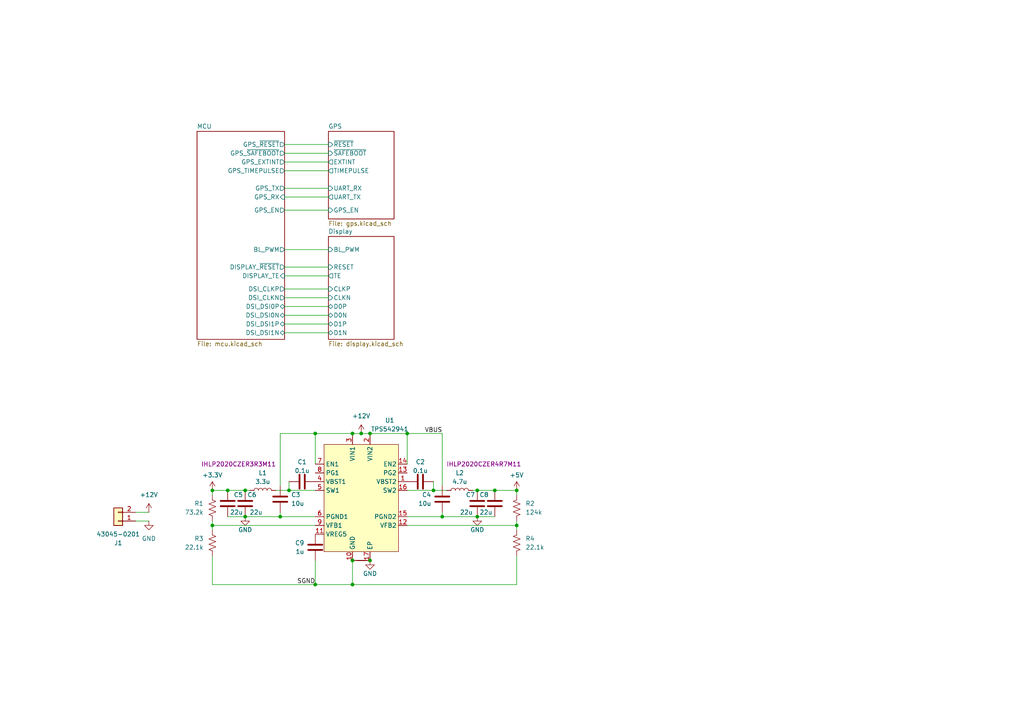
<source format=kicad_sch>
(kicad_sch (version 20250114) (generator "eeschema") (generator_version "9.0")
  (paper "A4")
  (lib_symbols
    (symbol "Connector_Generic:Conn_01x02" (pin_names (offset 1.016) (hide yes))
      (property "Reference" "J" (at 0 2.54 0))
      (property "Value" "Conn_01x02" (at 0 -5.08 0))
      (symbol "Conn_01x02_1_1"
        (rectangle (start -1.27 1.27) (end 1.27 -3.81) (stroke (width 0.254)) (fill (type background)))
        (rectangle (start -1.27 0.127) (end 0 -0.127) (stroke (width 0.1524)))
        (rectangle (start -1.27 -2.413) (end 0 -2.667) (stroke (width 0.1524)))
        (pin passive line (at -5.08 0 0) (length 3.81) (name "Pin_1") (number "1"))
        (pin passive line (at -5.08 -2.54 0) (length 3.81) (name "Pin_2") (number "2"))
      )
    )
    (symbol "Device:C" (pin_numbers (hide yes)) (pin_names (offset 0.254))
      (property "Reference" "C" (at 0.635 2.54 0))
      (property "Value" "C" (at 0.635 -2.54 0))
      (symbol "C_0_1"
        (polyline (pts (xy -2.032 0.762) (xy 2.032 0.762)) (stroke (width 0.508)))
        (polyline (pts (xy -2.032 -0.762) (xy 2.032 -0.762)) (stroke (width 0.508)))
      )
      (symbol "C_1_1"
        (pin passive line (at 0 3.81 270) (length 2.794) (name "~") (number "1"))
        (pin passive line (at 0 -3.81 90) (length 2.794) (name "~") (number "2"))
      )
    )
    (symbol "Device:L" (pin_numbers (hide yes)) (pin_names (offset 1.016) (hide yes))
      (property "Reference" "L" (at -1.27 0 90))
      (property "Value" "L" (at 1.905 0 90))
      (symbol "L_0_1"
        (arc (start 0 2.54) (mid 0.6323 1.905) (end 0 1.27))
        (arc (start 0 1.27) (mid 0.6323 0.635) (end 0 0))
        (arc (start 0 0) (mid 0.6323 -0.635) (end 0 -1.27))
        (arc (start 0 -1.27) (mid 0.6323 -1.905) (end 0 -2.54))
      )
      (symbol "L_1_1"
        (pin passive line (at 0 3.81 270) (length 1.27) (name "1") (number "1"))
        (pin passive line (at 0 -3.81 90) (length 1.27) (name "2") (number "2"))
      )
    )
    (symbol "Device:NetTie_2" (pin_numbers (hide yes)) (pin_names (offset 0) (hide yes)) (in_bom no)
      (property "Reference" "NT" (at 0 1.27 0))
      (property "Value" "NetTie_2" (at 0 -1.27 0))
      (symbol "NetTie_2_0_1"
        (polyline (pts (xy -1.27 0) (xy 1.27 0)) (stroke (width 0.254)))
      )
      (symbol "NetTie_2_1_1"
        (pin passive line (at -2.54 0 0) (length 2.54) (name "1") (number "1"))
        (pin passive line (at 2.54 0 180) (length 2.54) (name "2") (number "2"))
      )
    )
    (symbol "Device:R_US" (pin_numbers (hide yes)) (pin_names (offset 0))
      (property "Reference" "R" (at 2.54 0 90))
      (property "Value" "R_US" (at -2.54 0 90))
      (symbol "R_US_0_1"
        (polyline (pts (xy 0 2.286) (xy 0 2.54)))
        (polyline (pts (xy 0 2.286) (xy 1.016 1.905) (xy 0 1.524) (xy -1.016 1.143) (xy 0 0.762)))
        (polyline (pts (xy 0 0.762) (xy 1.016 0.381) (xy 0 0) (xy -1.016 -0.381) (xy 0 -0.762)))
        (polyline (pts (xy 0 -0.762) (xy 1.016 -1.143) (xy 0 -1.524) (xy -1.016 -1.905) (xy 0 -2.286)))
        (polyline (pts (xy 0 -2.286) (xy 0 -2.54)))
      )
      (symbol "R_US_1_1"
        (pin passive line (at 0 3.81 270) (length 1.27) (name "~") (number "1"))
        (pin passive line (at 0 -3.81 90) (length 1.27) (name "~") (number "2"))
      )
    )
    (symbol "TexasInstruments:TPS542941RSA"
      (property "Reference" "U" (at 8.89 -33.655 0))
      (property "Value" "TPS542941" (at 8.89 -35.56 0))
      (symbol "TPS542941RSA_1_1"
        (rectangle (start -10.795 -1.27) (end 10.795 -32.385) (fill (type background)))
        (pin input line (at -13.335 -6.985 0) (length 2.54) (name "EN1") (number "7"))
        (pin open_collector line (at -13.335 -9.525 0) (length 2.54) (name "PG1") (number "8"))
        (pin power_out line (at -13.335 -12.065 0) (length 2.54) (name "VBST1") (number "4"))
        (pin power_out line (at -13.335 -14.605 0) (length 2.54) (name "SW1") (number "5"))
        (pin power_in line (at -13.335 -22.225 0) (length 2.54) (name "PGND1") (number "6"))
        (pin input line (at -13.335 -24.765 0) (length 2.54) (name "VFB1") (number "9"))
        (pin power_out line (at -13.335 -27.305 0) (length 2.54) (name "VREG5") (number "11"))
        (pin power_in line (at -2.54 1.27 270) (length 2.54) (name "VIN1") (number "3"))
        (pin power_in line (at -2.54 -34.925 90) (length 2.54) (name "GND") (number "10"))
        (pin power_in line (at 2.54 1.27 270) (length 2.54) (name "VIN2") (number "2"))
        (pin power_in line (at 2.54 -34.925 90) (length 2.54) (name "EP") (number "17"))
        (pin input line (at 13.335 -6.985 180) (length 2.54) (name "EN2") (number "14"))
        (pin open_collector line (at 13.335 -9.525 180) (length 2.54) (name "PG2") (number "13"))
        (pin power_out line (at 13.335 -12.065 180) (length 2.54) (name "VBST2") (number "1"))
        (pin power_out line (at 13.335 -14.605 180) (length 2.54) (name "SW2") (number "16"))
        (pin power_in line (at 13.335 -22.225 180) (length 2.54) (name "PGND2") (number "15"))
        (pin input line (at 13.335 -24.765 180) (length 2.54) (name "VFB2") (number "12"))
      )
    )
    (symbol "power:+12V" (power) (pin_numbers (hide yes)) (pin_names (offset 0) (hide yes))
      (property "Value" "+12V" (at 0 3.556 0))
      (symbol "+12V_0_1"
        (polyline (pts (xy -0.762 1.27) (xy 0 2.54)))
        (polyline (pts (xy 0 2.54) (xy 0.762 1.27)))
        (polyline (pts (xy 0 0) (xy 0 2.54)))
      )
      (symbol "+12V_1_1"
        (pin power_in line (at 0 0 90) (length 0) (name "~") (number "1"))
      )
    )
    (symbol "power:+3.3V" (power) (pin_numbers (hide yes)) (pin_names (offset 0) (hide yes))
      (property "Value" "+3.3V" (at 0 3.556 0))
      (symbol "+3.3V_0_1"
        (polyline (pts (xy -0.762 1.27) (xy 0 2.54)))
        (polyline (pts (xy 0 2.54) (xy 0.762 1.27)))
        (polyline (pts (xy 0 0) (xy 0 2.54)))
      )
      (symbol "+3.3V_1_1"
        (pin power_in line (at 0 0 90) (length 0) (name "~") (number "1"))
      )
    )
    (symbol "power:+5V" (power) (pin_names (offset 0))
      (property "Value" "+5V" (at 0 3.556 0))
      (symbol "+5V_0_1"
        (polyline (pts (xy -0.762 1.27) (xy 0 2.54)))
        (polyline (pts (xy 0 2.54) (xy 0.762 1.27)))
        (polyline (pts (xy 0 0) (xy 0 2.54)))
      )
      (symbol "+5V_1_1"
        (pin power_in line (at 0 0 90) (length 0) (hide yes) (name "+5V") (number "1"))
      )
    )
    (symbol "power:GND" (power) (pin_numbers (hide yes)) (pin_names (offset 0) (hide yes))
      (property "Value" "GND" (at 0 -3.81 0))
      (symbol "GND_0_1"
        (polyline (pts (xy 0 0) (xy 0 -1.27) (xy 1.27 -1.27) (xy 0 -2.54) (xy -1.27 -1.27) (xy 0 -1.27)))
      )
      (symbol "GND_1_1"
        (pin power_in line (at 0 0 270) (length 0) (name "~") (number "1"))
      )
    )
  )
  (junction (at 143.51 142.24))
  (junction (at 107.315 125.73))
  (junction (at 138.43 142.24))
  (junction (at 81.28 149.86))
  (junction (at 125.73 142.24))
  (junction (at 102.235 125.73))
  (junction (at 61.595 142.24))
  (junction (at 66.04 142.24))
  (junction (at 71.12 142.24))
  (junction (at 71.12 149.86))
  (junction (at 107.315 162.56))
  (junction (at 118.11 125.73))
  (junction (at 128.27 149.86))
  (junction (at 91.44 125.73))
  (junction (at 138.43 149.86))
  (junction (at 91.44 169.545))
  (junction (at 149.86 152.4))
  (junction (at 102.235 162.56))
  (junction (at 83.82 142.24))
  (junction (at 104.775 125.73))
  (junction (at 149.86 142.24))
  (junction (at 61.595 152.4))
  (junction (at 102.235 169.545))
  (wire (pts (xy 125.73 139.7) (xy 125.73 142.24)))
  (wire (pts (xy 107.315 126.365) (xy 107.315 125.73)))
  (wire (pts (xy 81.28 148.59) (xy 81.28 149.86)))
  (wire (pts (xy 81.28 125.73) (xy 81.28 140.97)))
  (wire (pts (xy 128.27 140.97) (xy 128.27 125.73)))
  (wire (pts (xy 143.51 142.24) (xy 138.43 142.24)))
  (wire (pts (xy 82.55 49.53) (xy 95.25 49.53)))
  (wire (pts (xy 71.12 149.86) (xy 81.28 149.86)))
  (wire (pts (xy 66.04 142.24) (xy 71.12 142.24)))
  (wire (pts (xy 82.55 46.99) (xy 95.25 46.99)))
  (wire (pts (xy 102.235 125.73) (xy 91.44 125.73)))
  (wire (pts (xy 82.55 91.44) (xy 95.25 91.44)))
  (wire (pts (xy 71.12 142.24) (xy 72.39 142.24)))
  (wire (pts (xy 128.27 148.59) (xy 128.27 149.86)))
  (wire (pts (xy 61.595 152.4) (xy 91.44 152.4)))
  (wire (pts (xy 138.43 149.86) (xy 143.51 149.86)))
  (wire (pts (xy 61.595 169.545) (xy 61.595 161.29)))
  (wire (pts (xy 149.86 169.545) (xy 102.235 169.545)))
  (wire (pts (xy 143.51 142.24) (xy 149.86 142.24)))
  (wire (pts (xy 102.235 126.365) (xy 102.235 125.73)))
  (wire (pts (xy 82.55 54.61) (xy 95.25 54.61)))
  (wire (pts (xy 82.55 96.52) (xy 95.25 96.52)))
  (wire (pts (xy 104.775 125.73) (xy 107.315 125.73)))
  (wire (pts (xy 82.55 72.39) (xy 95.25 72.39)))
  (wire (pts (xy 82.55 88.9) (xy 95.25 88.9)))
  (wire (pts (xy 128.27 125.73) (xy 118.11 125.73)))
  (wire (pts (xy 149.86 161.29) (xy 149.86 169.545)))
  (wire (pts (xy 82.55 77.47) (xy 95.25 77.47)))
  (wire (pts (xy 91.44 169.545) (xy 61.595 169.545)))
  (wire (pts (xy 91.44 169.545) (xy 102.235 169.545)))
  (wire (pts (xy 91.44 125.73) (xy 81.28 125.73)))
  (wire (pts (xy 82.55 83.82) (xy 95.25 83.82)))
  (wire (pts (xy 102.235 169.545) (xy 102.235 162.56)))
  (wire (pts (xy 82.55 93.98) (xy 95.25 93.98)))
  (wire (pts (xy 43.18 148.59) (xy 39.37 148.59)))
  (wire (pts (xy 137.16 142.24) (xy 138.43 142.24)))
  (wire (pts (xy 118.11 125.73) (xy 107.315 125.73)))
  (wire (pts (xy 81.28 149.86) (xy 91.44 149.86)))
  (wire (pts (xy 118.11 142.24) (xy 125.73 142.24)))
  (wire (pts (xy 118.11 152.4) (xy 149.86 152.4)))
  (wire (pts (xy 102.235 125.73) (xy 104.775 125.73)))
  (wire (pts (xy 91.44 125.73) (xy 91.44 134.62)))
  (wire (pts (xy 61.595 153.67) (xy 61.595 152.4)))
  (wire (pts (xy 82.55 80.01) (xy 95.25 80.01)))
  (wire (pts (xy 125.73 142.24) (xy 129.54 142.24)))
  (wire (pts (xy 83.82 142.24) (xy 91.44 142.24)))
  (wire (pts (xy 61.595 151.13) (xy 61.595 152.4)))
  (wire (pts (xy 82.55 44.45) (xy 95.25 44.45)))
  (wire (pts (xy 43.18 151.13) (xy 39.37 151.13)))
  (wire (pts (xy 80.01 142.24) (xy 83.82 142.24)))
  (wire (pts (xy 61.595 143.51) (xy 61.595 142.24)))
  (wire (pts (xy 118.11 149.86) (xy 128.27 149.86)))
  (wire (pts (xy 149.86 151.13) (xy 149.86 152.4)))
  (wire (pts (xy 82.55 60.96) (xy 95.25 60.96)))
  (wire (pts (xy 128.27 149.86) (xy 138.43 149.86)))
  (wire (pts (xy 82.55 57.15) (xy 95.25 57.15)))
  (wire (pts (xy 82.55 86.36) (xy 95.25 86.36)))
  (wire (pts (xy 66.04 149.86) (xy 71.12 149.86)))
  (wire (pts (xy 83.82 139.7) (xy 83.82 142.24)))
  (wire (pts (xy 149.86 142.24) (xy 149.86 143.51)))
  (wire (pts (xy 91.44 169.545) (xy 91.44 162.56)))
  (wire (pts (xy 149.86 153.67) (xy 149.86 152.4)))
  (wire (pts (xy 82.55 41.91) (xy 95.25 41.91)))
  (wire (pts (xy 61.595 142.24) (xy 66.04 142.24)))
  (wire (pts (xy 118.11 125.73) (xy 118.11 134.62)))
  (label "VBUS" (at 128.27 125.73 180))
  (label "SGND" (at 91.44 169.545 180))
  (symbol (lib_id "Device:C") (at 91.44 158.75 0) (mirror x) (unit 1)
    (property "Reference" "C9" (at 88.265 157.48 0) (effects (justify right)))
    (property "Value" "1u" (at 88.265 160.02 0) (effects (justify right)))
    (property "Footprint" "Capacitor_SMD:C_0402_1005Metric" (effects (hide yes)))
  )
  (symbol (lib_id "power:GND") (at 107.315 162.56 0) (unit 1)
    (property "Reference" "#PWR08" (effects (hide yes)))
    (property "Value" "GND" (at 107.315 166.37 0))
  )
  (symbol (lib_id "Device:R_US") (at 149.86 147.32 0) (mirror y) (unit 1)
    (property "Reference" "R2" (at 152.4 146.05 0) (effects (justify right)))
    (property "Value" "124k" (at 152.4 148.59 0) (effects (justify right)))
    (property "Footprint" "Resistor_SMD:R_0402_1005Metric" (effects (hide yes)))
  )
  (symbol (lib_id "power:+12V") (at 104.775 125.73 0) (unit 1)
    (property "Reference" "#PWR01" (effects (hide yes)))
    (property "Value" "+12V" (at 104.775 120.65 0))
    (property "Description" "Power symbol creates a global label with name \"+12V\"" (effects (hide yes)))
  )
  (symbol (lib_id "Device:C") (at 128.27 144.78 0) (mirror x) (unit 1)
    (property "Reference" "C4" (at 125.095 143.51 0) (effects (justify right)))
    (property "Value" "10u" (at 125.095 146.05 0) (effects (justify right)))
    (property "Footprint" "Capacitor_SMD:C_0603_1608Metric" (effects (hide yes)))
  )
  (symbol (lib_id "Device:L") (at 133.35 142.24 90) (unit 1)
    (property "Reference" "L2" (at 133.35 137.16 90))
    (property "Value" "4.7u" (at 133.35 139.7 90))
    (property "Footprint" "Inductor_SMD:L_Vishay_IHLP-2020" (effects (hide yes)))
    (property "Part" "IHLP2020CZER4R7M11" (at 140.335 134.62 90))
  )
  (symbol (lib_id "Device:C") (at 121.92 139.7 90) (unit 1)
    (property "Reference" "C2" (at 121.92 133.985 90))
    (property "Value" "0.1u" (at 121.92 136.525 90))
    (property "Footprint" "Capacitor_SMD:C_0402_1005Metric" (effects (hide yes)))
  )
  (symbol (lib_id "Device:C") (at 138.43 146.05 0) (mirror x) (unit 1)
    (property "Reference" "C7" (at 137.795 143.51 0) (effects (justify right)))
    (property "Value" "22u" (at 137.16 148.59 0) (effects (justify right)))
    (property "Footprint" "Capacitor_SMD:C_0805_2012Metric" (effects (hide yes)))
  )
  (symbol (lib_id "power:GND") (at 138.43 149.86 0) (unit 1)
    (property "Reference" "#PWR06" (effects (hide yes)))
    (property "Value" "GND" (at 138.43 153.67 0))
  )
  (symbol (lib_id "Device:R_US") (at 61.595 157.48 0) (unit 1)
    (property "Reference" "R3" (at 59.055 156.21 0) (effects (justify right)))
    (property "Value" "22.1k" (at 59.055 158.75 0) (effects (justify right)))
    (property "Footprint" "Resistor_SMD:R_0402_1005Metric" (effects (hide yes)))
  )
  (symbol (lib_id "Device:C") (at 81.28 144.78 180) (unit 1)
    (property "Reference" "C3" (at 84.455 143.51 0) (effects (justify right)))
    (property "Value" "10u" (at 84.455 146.05 0) (effects (justify right)))
    (property "Footprint" "Capacitor_SMD:C_0603_1608Metric" (effects (hide yes)))
  )
  (symbol (lib_id "Device:C") (at 71.12 146.05 180) (unit 1)
    (property "Reference" "C6" (at 71.755 143.51 0) (effects (justify right)))
    (property "Value" "22u" (at 72.39 148.59 0) (effects (justify right)))
    (property "Footprint" "Capacitor_SMD:C_0805_2012Metric" (effects (hide yes)))
  )
  (symbol (lib_id "Device:R_US") (at 61.595 147.32 0) (unit 1)
    (property "Reference" "R1" (at 59.055 146.05 0) (effects (justify right)))
    (property "Value" "73.2k" (at 59.055 148.59 0) (effects (justify right)))
    (property "Footprint" "Resistor_SMD:R_0402_1005Metric" (effects (hide yes)))
  )
  (symbol (lib_id "Device:R_US") (at 149.86 157.48 0) (mirror y) (unit 1)
    (property "Reference" "R4" (at 152.4 156.21 0) (effects (justify right)))
    (property "Value" "22.1k" (at 152.4 158.75 0) (effects (justify right)))
    (property "Footprint" "Resistor_SMD:R_0402_1005Metric" (effects (hide yes)))
  )
  (symbol (lib_id "power:GND") (at 71.12 149.86 0) (unit 1)
    (property "Reference" "#PWR05" (effects (hide yes)))
    (property "Value" "GND" (at 71.12 153.67 0))
  )
  (symbol (lib_id "Device:NetTie_2") (at 104.775 162.56 0) (unit 1) (in_bom no)
    (property "Reference" "NT1" (effects (hide yes)))
    (property "Value" "NetTie_2" (effects (hide yes)))
    (property "Footprint" "NetTies:NetTie_2_0.25mm" (effects (hide yes)))
  )
  (symbol (lib_id "power:+12V") (at 43.18 148.59 0) (unit 1)
    (property "Reference" "#PWR04" (effects (hide yes)))
    (property "Value" "+12V" (at 43.18 143.51 0))
    (property "Description" "Power symbol creates a global label with name \"+12V\"" (effects (hide yes)))
  )
  (symbol (lib_id "Device:L") (at 76.2 142.24 270) (mirror x) (unit 1)
    (property "Reference" "L1" (at 76.2 137.16 90))
    (property "Value" "3.3u" (at 76.2 139.7 90))
    (property "Footprint" "Inductor_SMD:L_Vishay_IHLP-2020" (effects (hide yes)))
    (property "Part" "IHLP2020CZER3R3M11" (at 69.215 134.62 90))
  )
  (symbol (lib_id "power:+5V") (at 149.86 142.24 0) (unit 1)
    (property "Reference" "#PWR03" (effects (hide yes)))
    (property "Value" "+5V" (at 149.86 137.795 0))
  )
  (symbol (lib_id "power:+3.3V") (at 61.595 142.24 0) (unit 1)
    (property "Reference" "#PWR02" (effects (hide yes)))
    (property "Value" "+3.3V" (at 61.595 137.795 0))
  )
  (symbol (lib_id "Connector_Generic:Conn_01x02") (at 34.29 151.13 180) (unit 1)
    (property "Reference" "J1" (at 34.29 157.48 0))
    (property "Value" "43045-0201" (at 34.29 154.94 0))
    (property "Footprint" "Molex_Custom:Molex_Micro-Fit_3.0_43045-0200_2x01_P3.00mm_Horizontal" (effects (hide yes)))
    (property "Description" "Generic connector, single row, 01x02, script generated (kicad-library-utils/schlib/autogen/connector/)" (effects (hide yes)))
  )
  (symbol (lib_id "Device:C") (at 66.04 146.05 0) (mirror x) (unit 1)
    (property "Reference" "C5" (at 70.485 143.51 0) (effects (justify right)))
    (property "Value" "22u" (at 70.485 148.59 0) (effects (justify right)))
    (property "Footprint" "Capacitor_SMD:C_0805_2012Metric" (effects (hide yes)))
  )
  (symbol (lib_id "Device:C") (at 87.63 139.7 90) (unit 1)
    (property "Reference" "C1" (at 87.63 133.985 90))
    (property "Value" "0.1u" (at 87.63 136.525 90))
    (property "Footprint" "Capacitor_SMD:C_0402_1005Metric" (effects (hide yes)))
  )
  (symbol (lib_id "Device:C") (at 143.51 146.05 180) (unit 1)
    (property "Reference" "C8" (at 139.065 143.51 0) (effects (justify right)))
    (property "Value" "22u" (at 139.065 148.59 0) (effects (justify right)))
    (property "Footprint" "Capacitor_SMD:C_0805_2012Metric" (effects (hide yes)))
  )
  (symbol (lib_id "power:GND") (at 43.18 151.13 0) (unit 1)
    (property "Reference" "#PWR07" (effects (hide yes)))
    (property "Value" "GND" (at 43.18 156.21 0))
    (property "Description" "Power symbol creates a global label with name \"GND\" , ground" (effects (hide yes)))
  )
  (symbol (lib_id "TexasInstruments:TPS542941RSA") (at 104.775 127.635 0) (unit 1)
    (property "Reference" "U1" (at 113.03 121.92 0))
    (property "Value" "TPS542941" (at 113.03 124.46 0))
    (property "Footprint" "Package_DFN_QFN:Texas_RSA_VQFN-16-1EP_4x4mm_P0.65mm_EP2.7x2.7mm_ThermalVias" (effects (hide yes)))
    (property "Datasheet" "https://www.ti.com/lit/ds/symlink/tps542941.pdf" (effects (hide yes)))
  )
  (sheet (at 95.25 68.58) (size 19.05 29.845) (stroke (width 0.1524))
    (property "Sheetname" "Display" (at 95.25 67.8684 0) (effects (justify left bottom)))
    (property "Sheetfile" "display.kicad_sch" (at 95.25 99.0096 0) (effects (justify left top)))
    (pin "D0P" bidirectional (at 95.25 88.9 180))
    (pin "D0N" bidirectional (at 95.25 91.44 180))
    (pin "CLKP" input (at 95.25 83.82 180))
    (pin "CLKN" input (at 95.25 86.36 180))
    (pin "D1P" bidirectional (at 95.25 93.98 180))
    (pin "D1N" bidirectional (at 95.25 96.52 180))
    (pin "RESET" input (at 95.25 77.47 180))
    (pin "TE" output (at 95.25 80.01 180))
    (pin "BL_PWM" input (at 95.25 72.39 180))
  )
  (sheet (at 95.25 38.1) (size 19.05 25.4) (stroke (width 0.1524))
    (property "Sheetname" "GPS" (at 95.25 37.3884 0) (effects (justify left bottom)))
    (property "Sheetfile" "gps.kicad_sch" (at 95.25 64.0846 0) (effects (justify left top)))
    (pin "~{RESET}" input (at 95.25 41.91 180))
    (pin "~{SAFEBOOT}" input (at 95.25 44.45 180))
    (pin "EXTINT" output (at 95.25 46.99 180))
    (pin "TIMEPULSE" output (at 95.25 49.53 180))
    (pin "UART_RX" input (at 95.25 54.61 180))
    (pin "UART_TX" output (at 95.25 57.15 180))
    (pin "GPS_EN" input (at 95.25 60.96 180))
  )
  (sheet (at 57.15 38.1) (size 25.4 60.325) (stroke (width 0.1524))
    (property "Sheetname" "MCU" (at 57.15 37.3884 0) (effects (justify left bottom)))
    (property "Sheetfile" "mcu.kicad_sch" (at 57.15 99.0096 0) (effects (justify left top)))
    (pin "GPS_TX" output (at 82.55 54.61 0))
    (pin "GPS_RX" input (at 82.55 57.15 0))
    (pin "GPS_~{RESET}" output (at 82.55 41.91 0))
    (pin "GPS_~{SAFEBOOT}" output (at 82.55 44.45 0))
    (pin "GPS_EXTINT" output (at 82.55 46.99 0))
    (pin "GPS_TIMEPULSE" output (at 82.55 49.53 0))
    (pin "DSI_CLKP" output (at 82.55 83.82 0))
    (pin "DSI_DSI1N" bidirectional (at 82.55 96.52 0))
    (pin "DSI_CLKN" output (at 82.55 86.36 0))
    (pin "DSI_DSI0N" bidirectional (at 82.55 91.44 0))
    (pin "DSI_DSI0P" bidirectional (at 82.55 88.9 0))
    (pin "DSI_DSI1P" bidirectional (at 82.55 93.98 0))
    (pin "BL_PWM" output (at 82.55 72.39 0))
    (pin "DISPLAY_~{RESET}" output (at 82.55 77.47 0))
    (pin "DISPLAY_TE" input (at 82.55 80.01 0))
    (pin "GPS_EN" output (at 82.55 60.96 0))
  )
)
</source>
